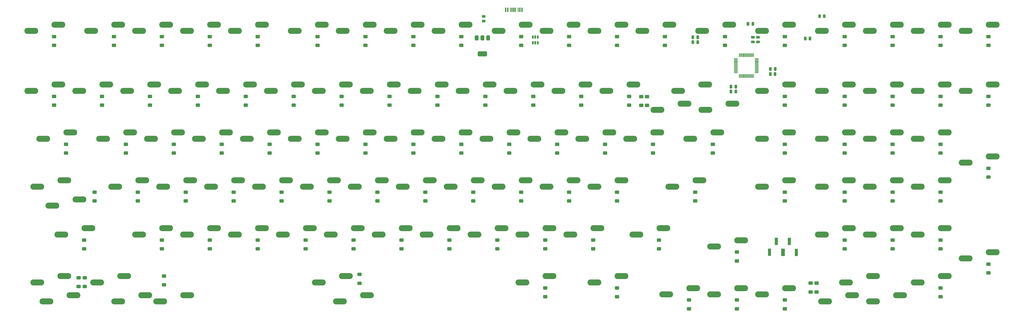
<source format=gbr>
G04 #@! TF.GenerationSoftware,KiCad,Pcbnew,8.99.0-946-gf00a1ab517*
G04 #@! TF.CreationDate,2024-05-15T19:48:55+07:00*
G04 #@! TF.ProjectId,austin,61757374-696e-42e6-9b69-6361645f7063,v2.2.6*
G04 #@! TF.SameCoordinates,PX1a96a400PY40d23d0*
G04 #@! TF.FileFunction,Paste,Bot*
G04 #@! TF.FilePolarity,Positive*
%FSLAX46Y46*%
G04 Gerber Fmt 4.6, Leading zero omitted, Abs format (unit mm)*
G04 Created by KiCad (PCBNEW 8.99.0-946-gf00a1ab517) date 2024-05-15 19:48:55*
%MOMM*%
%LPD*%
G01*
G04 APERTURE LIST*
G04 Aperture macros list*
%AMRoundRect*
0 Rectangle with rounded corners*
0 $1 Rounding radius*
0 $2 $3 $4 $5 $6 $7 $8 $9 X,Y pos of 4 corners*
0 Add a 4 corners polygon primitive as box body*
4,1,4,$2,$3,$4,$5,$6,$7,$8,$9,$2,$3,0*
0 Add four circle primitives for the rounded corners*
1,1,$1+$1,$2,$3*
1,1,$1+$1,$4,$5*
1,1,$1+$1,$6,$7*
1,1,$1+$1,$8,$9*
0 Add four rect primitives between the rounded corners*
20,1,$1+$1,$2,$3,$4,$5,0*
20,1,$1+$1,$4,$5,$6,$7,0*
20,1,$1+$1,$6,$7,$8,$9,0*
20,1,$1+$1,$8,$9,$2,$3,0*%
G04 Aperture macros list end*
%ADD10O,5.500000X2.410000*%
%ADD11R,1.190000X3.000000*%
%ADD12R,0.600000X1.760000*%
%ADD13R,0.300000X1.760000*%
%ADD14R,0.600000X1.450000*%
%ADD15RoundRect,0.250000X0.600000X-0.400000X0.600000X0.400000X-0.600000X0.400000X-0.600000X-0.400000X0*%
%ADD16RoundRect,0.250000X0.250000X0.475000X-0.250000X0.475000X-0.250000X-0.475000X0.250000X-0.475000X0*%
%ADD17RoundRect,0.250000X-0.475000X0.250000X-0.475000X-0.250000X0.475000X-0.250000X0.475000X0.250000X0*%
%ADD18RoundRect,0.250000X-0.600000X0.400000X-0.600000X-0.400000X0.600000X-0.400000X0.600000X0.400000X0*%
%ADD19RoundRect,0.250000X-0.262500X-0.450000X0.262500X-0.450000X0.262500X0.450000X-0.262500X0.450000X0*%
%ADD20RoundRect,0.250000X-0.250000X-0.475000X0.250000X-0.475000X0.250000X0.475000X-0.250000X0.475000X0*%
%ADD21RoundRect,0.375000X-0.375000X0.625000X-0.375000X-0.625000X0.375000X-0.625000X0.375000X0.625000X0*%
%ADD22RoundRect,0.500000X-1.400000X0.500000X-1.400000X-0.500000X1.400000X-0.500000X1.400000X0.500000X0*%
%ADD23RoundRect,0.150000X-0.150000X0.512500X-0.150000X-0.512500X0.150000X-0.512500X0.150000X0.512500X0*%
%ADD24RoundRect,0.250000X-0.450000X0.262500X-0.450000X-0.262500X0.450000X-0.262500X0.450000X0.262500X0*%
%ADD25RoundRect,0.075000X0.662500X0.075000X-0.662500X0.075000X-0.662500X-0.075000X0.662500X-0.075000X0*%
%ADD26RoundRect,0.075000X0.075000X0.662500X-0.075000X0.662500X-0.075000X-0.662500X0.075000X-0.662500X0*%
G04 APERTURE END LIST*
D10*
X-40712500Y-78055000D03*
X-51462500Y-80540000D03*
X-255025000Y-59005000D03*
X-265775000Y-61490000D03*
X-326462000Y-78055000D03*
X-337212000Y-80540000D03*
X-305031500Y-135205000D03*
X-315781500Y-137690000D03*
X-16900000Y-116155000D03*
X-27650000Y-118640000D03*
X21200000Y-78055000D03*
X10450000Y-80540000D03*
X40250000Y-35192500D03*
X29500000Y-37677500D03*
X21200000Y-116155000D03*
X10450000Y-118640000D03*
X-188350000Y-78055000D03*
X-199100000Y-80540000D03*
X40250000Y-125680000D03*
X29500000Y-128165000D03*
X-164537500Y-97105000D03*
X-175287500Y-99590000D03*
X-293125000Y-59005000D03*
X-303875000Y-61490000D03*
X-207400000Y-35192500D03*
X-218150000Y-37677500D03*
X-250262500Y-35192500D03*
X-261012500Y-37677500D03*
X-40712500Y-139967500D03*
X-51462500Y-142452500D03*
X-40712500Y-97105000D03*
X-51462500Y-99590000D03*
X-212162500Y-116155000D03*
X-222912500Y-118640000D03*
X40250000Y-87580000D03*
X29500000Y-90065000D03*
X-269312500Y-116155000D03*
X-280062500Y-118640000D03*
X-150250000Y-78055000D03*
X-161000000Y-80540000D03*
X-302650000Y-78055000D03*
X-313400000Y-80540000D03*
X-297887500Y-97105000D03*
X-308637500Y-99590000D03*
X-235975000Y-59005000D03*
X-246725000Y-61490000D03*
X-135962000Y-135205000D03*
X-146712000Y-137690000D03*
X-78812500Y-139967500D03*
X-89562500Y-142452500D03*
X-64525000Y-35192500D03*
X-75275000Y-37677500D03*
X-93075000Y-69075000D03*
X-82325000Y-66590000D03*
X-116912500Y-116155000D03*
X-127662500Y-118640000D03*
X-328844000Y-135205000D03*
X-339594000Y-137690000D03*
X-40712500Y-35192500D03*
X-51462500Y-37677500D03*
X-112150000Y-78055000D03*
X-122900000Y-80540000D03*
X-140725000Y-59005000D03*
X-151475000Y-61490000D03*
X-226450000Y-35192500D03*
X-237200000Y-37677500D03*
X-259787500Y-97105000D03*
X-270537500Y-99590000D03*
X-76356900Y-97105000D03*
X-87106900Y-99590000D03*
X-102625000Y-59005000D03*
X-113375000Y-61490000D03*
X-169300000Y-35192500D03*
X-180050000Y-37677500D03*
X-216925000Y-59005000D03*
X-227675000Y-61490000D03*
X-274075000Y-59005000D03*
X-284825000Y-61490000D03*
X-288362500Y-116155000D03*
X-299112500Y-118640000D03*
X21200000Y-135205000D03*
X10450000Y-137690000D03*
X-7375001Y-135205000D03*
X-18125001Y-137690000D03*
X-159775000Y-59005000D03*
X-170525000Y-61490000D03*
X-221687500Y-97105000D03*
X-232437500Y-99590000D03*
X-335962000Y-145275000D03*
X-325212000Y-142790000D03*
X-269312500Y-35192500D03*
X-280062500Y-37677500D03*
X40250000Y-59005000D03*
X29500000Y-61490000D03*
X-16900000Y-35192500D03*
X-27650000Y-37677500D03*
X-59762500Y-139967500D03*
X-70512500Y-142452500D03*
X2150000Y-59005000D03*
X-8600000Y-61490000D03*
X-90718500Y-116155000D03*
X-101468500Y-118640000D03*
X-307387000Y-145275000D03*
X-296637000Y-142790000D03*
X-331225000Y-35192500D03*
X-341975000Y-37677500D03*
X-26400000Y-145275000D03*
X-15650000Y-142790000D03*
X-155012500Y-116155000D03*
X-165762500Y-118640000D03*
X-331225000Y-59005000D03*
X-341975000Y-61490000D03*
X-278837500Y-97105000D03*
X-289587500Y-99590000D03*
X-7350000Y-145275000D03*
X3400000Y-142790000D03*
X-283600000Y-78055000D03*
X-294350000Y-80540000D03*
X-107387500Y-35192500D03*
X-118137500Y-37677500D03*
X-333581000Y-107175000D03*
X-322831000Y-104690000D03*
X-93100000Y-78055000D03*
X-103850000Y-80540000D03*
X-169300000Y-78055000D03*
X-180050000Y-80540000D03*
X-250262500Y-116155000D03*
X-261012500Y-118640000D03*
X-126437500Y-35192500D03*
X-137187500Y-37677500D03*
X-121675000Y-59005000D03*
X-132425000Y-61490000D03*
X-245500000Y-78055000D03*
X-256250000Y-80540000D03*
X-288362500Y-35192500D03*
X-299112500Y-37677500D03*
X2150000Y-97105000D03*
X-8600000Y-99590000D03*
X-16900000Y-78055000D03*
X-27650000Y-80540000D03*
X-307412500Y-35192500D03*
X-318162500Y-37677500D03*
X-88337500Y-35192500D03*
X-99087500Y-37677500D03*
X-74025000Y-69075000D03*
X-63275000Y-66590000D03*
X-107387000Y-135205000D03*
X-118137000Y-137690000D03*
X-131200000Y-78055000D03*
X-141950000Y-80540000D03*
X-207400000Y-78055000D03*
X-218150000Y-80540000D03*
X-202637500Y-97105000D03*
X-213387500Y-99590000D03*
X2150000Y-78055000D03*
X-8600000Y-80540000D03*
X-40712500Y-59005000D03*
X-51462500Y-61490000D03*
X-178825000Y-59005000D03*
X-189575000Y-61490000D03*
X-135962500Y-116155000D03*
X-146712500Y-118640000D03*
X-312175000Y-59005000D03*
X-322925000Y-61490000D03*
X-240737500Y-97105000D03*
X-251487500Y-99590000D03*
X-216925000Y-135198500D03*
X-227675000Y-137683500D03*
X-59762500Y-120917500D03*
X-70512500Y-123402500D03*
X-174062500Y-116155000D03*
X-184812500Y-118640000D03*
X-126437500Y-97105000D03*
X-137187500Y-99590000D03*
X2150000Y-116155000D03*
X-8600000Y-118640000D03*
X-197875000Y-59005000D03*
X-208625000Y-61490000D03*
X-219281500Y-145275000D03*
X-208531500Y-142790000D03*
X-264550000Y-78055000D03*
X-275300000Y-80540000D03*
X-328844000Y-97105000D03*
X-339594000Y-99590000D03*
X-16900000Y-97105000D03*
X-27650000Y-99590000D03*
X-226450000Y-78055000D03*
X-237200000Y-80540000D03*
X-290719000Y-145275000D03*
X-279969000Y-142790000D03*
X-183587500Y-97105000D03*
X-194337500Y-99590000D03*
X-107387500Y-97105000D03*
X-118137500Y-99590000D03*
X-319244400Y-116155000D03*
X-329994400Y-118640000D03*
X-193112500Y-116155000D03*
X-203862500Y-118640000D03*
X-69287000Y-78055000D03*
X-80037000Y-80540000D03*
X-231212500Y-116155000D03*
X-241962500Y-118640000D03*
X21200000Y-35192500D03*
X10450000Y-37677500D03*
X-188350000Y-35192500D03*
X-199100000Y-37677500D03*
X2150000Y-35192500D03*
X-8600000Y-37677500D03*
X21200000Y-59005000D03*
X10450000Y-61490000D03*
X21200000Y-97105000D03*
X10450000Y-99590000D03*
X-145487500Y-35192500D03*
X-156237500Y-37677500D03*
X-145487500Y-97105000D03*
X-156237500Y-99590000D03*
X-16900000Y-59005000D03*
X-27650000Y-61490000D03*
X-74050000Y-59005000D03*
X-84800000Y-61490000D03*
D11*
X-37860000Y-125770000D03*
X-43050000Y-125770000D03*
X-48487500Y-125717500D03*
X-43297500Y-125717500D03*
X-45822500Y-121352500D03*
X-40632500Y-121352500D03*
D12*
X-153410000Y-29270000D03*
X-152610000Y-29270000D03*
D13*
X-151410000Y-29270000D03*
X-150410000Y-29270000D03*
X-149910000Y-29270000D03*
D14*
X-147710000Y-29115000D03*
X-146910000Y-29115000D03*
D12*
X-146910000Y-29270000D03*
X-147710000Y-29270000D03*
D13*
X-148410000Y-29270000D03*
X-149410000Y-29270000D03*
X-150910000Y-29270000D03*
D14*
X-152610000Y-29115000D03*
X-153410000Y-29115000D03*
D15*
X-285320000Y-86278500D03*
X-285320000Y-82778500D03*
D16*
X-32415000Y-40648500D03*
X-34315000Y-40648500D03*
D15*
X-218645000Y-67228500D03*
X-218645000Y-63728500D03*
X-271032500Y-43416000D03*
X-271032500Y-39916000D03*
X-251982500Y-124378500D03*
X-251982500Y-120878500D03*
D17*
X-53125000Y-40158500D03*
X-53125000Y-42058500D03*
X-55095000Y-40178500D03*
X-55095000Y-42078500D03*
D15*
X-90057500Y-43416000D03*
X-90057500Y-39916000D03*
X-42432500Y-86278500D03*
X-42432500Y-82778500D03*
X19480000Y-105328500D03*
X19480000Y-101828500D03*
X-332945000Y-67228500D03*
X-332945000Y-63728500D03*
X-99495000Y-67258500D03*
X-99495000Y-63758500D03*
D18*
X-32175000Y-137998500D03*
X-32175000Y-141498500D03*
D15*
X-171020000Y-86278500D03*
X-171020000Y-82778500D03*
X-42432500Y-43416000D03*
X-42432500Y-39916000D03*
X-137682500Y-124378500D03*
X-137682500Y-120878500D03*
X-61482500Y-148191000D03*
X-61482500Y-144691000D03*
X-261507500Y-105328500D03*
X-261507500Y-101828500D03*
X-180545000Y-67228500D03*
X-180545000Y-63728500D03*
X-190070000Y-43416000D03*
X-190070000Y-39916000D03*
X-128157500Y-105328500D03*
X-128157500Y-101828500D03*
D16*
X-46275000Y-54818500D03*
X-48175000Y-54818500D03*
D15*
X-147207500Y-105328500D03*
X-147207500Y-101828500D03*
X-194832500Y-124378500D03*
X-194832500Y-120878500D03*
D19*
X-28605000Y-31828500D03*
X-26780000Y-31828500D03*
D15*
X-97185000Y-67268500D03*
X-97185000Y-63768500D03*
X-128157500Y-43416000D03*
X-128157500Y-39916000D03*
X-42432500Y-148191000D03*
X-42432500Y-144691000D03*
X19480000Y-124378500D03*
X19480000Y-120878500D03*
X-223407500Y-105328500D03*
X-223407500Y-101828500D03*
D20*
X-78965000Y-40148500D03*
X-77065000Y-40148500D03*
D15*
X-313895000Y-67228500D03*
X-313895000Y-63728500D03*
X-109107500Y-105328500D03*
X-109107500Y-101828500D03*
X-66245000Y-43416000D03*
X-66245000Y-39916000D03*
X-299607500Y-105328500D03*
X-299607500Y-101828500D03*
X19480000Y-43416000D03*
X19480000Y-39916000D03*
X-132920000Y-86278500D03*
X-132920000Y-82778500D03*
X-332945000Y-43416000D03*
X-332945000Y-39916000D03*
X-328182000Y-86278500D03*
X-328182000Y-82778500D03*
X-204357500Y-105328500D03*
X-204357500Y-101828500D03*
X38530000Y-133903500D03*
X38530000Y-130403500D03*
X-171020000Y-43416000D03*
X-171020000Y-39916000D03*
X-275795000Y-67228500D03*
X-275795000Y-63728500D03*
X-237695000Y-67228500D03*
X-237695000Y-63728500D03*
X-123395000Y-67228500D03*
X-123395000Y-63728500D03*
D18*
X-289215000Y-135148500D03*
X-289215000Y-138648500D03*
D15*
X-80532500Y-148191000D03*
X-80532500Y-144691000D03*
X-166257500Y-105328500D03*
X-166257500Y-101828500D03*
X-247220000Y-86278500D03*
X-247220000Y-82778500D03*
X-280557500Y-105328500D03*
X-280557500Y-101828500D03*
X-161495000Y-67228500D03*
X-161495000Y-63728500D03*
D18*
X-29805000Y-138008500D03*
X-29805000Y-141508500D03*
D15*
X-199595000Y-67228500D03*
X-199595000Y-63728500D03*
X-147207500Y-43416000D03*
X-147207500Y-39916000D03*
X-156732500Y-124378500D03*
X-156732500Y-120878500D03*
D20*
X-78965000Y-42128500D03*
X-77065000Y-42128500D03*
D15*
X-42432500Y-105328500D03*
X-42432500Y-101828500D03*
X-18620000Y-105328500D03*
X-18620000Y-101828500D03*
X430000Y-43416000D03*
X430000Y-39916000D03*
X-320735000Y-139328500D03*
X-320735000Y-135828500D03*
X38530000Y-43416000D03*
X38530000Y-39916000D03*
X-209120000Y-86278500D03*
X-209120000Y-82778500D03*
X-94820000Y-86278500D03*
X-94820000Y-82778500D03*
X-42432500Y-67228500D03*
X-42432500Y-63728500D03*
X-104345000Y-67228500D03*
X-104345000Y-63728500D03*
X-92438500Y-124378500D03*
X-92438500Y-120878500D03*
X-290082500Y-124378500D03*
X-290082500Y-120878500D03*
D21*
X-164967500Y-40448500D03*
X-162667500Y-40448500D03*
D22*
X-162667500Y-46748500D03*
D21*
X-160367500Y-40448500D03*
D15*
X-142445000Y-67228500D03*
X-142445000Y-63728500D03*
X-137682000Y-143428500D03*
X-137682000Y-139928500D03*
X-211501500Y-138020000D03*
X-211501500Y-134520000D03*
X-118632500Y-124378500D03*
X-118632500Y-120878500D03*
X19480000Y-67228500D03*
X19480000Y-63728500D03*
X-109107500Y-43416000D03*
X-109107500Y-39916000D03*
X-271032500Y-124378500D03*
X-271032500Y-120878500D03*
D16*
X-46265000Y-52828500D03*
X-48165000Y-52828500D03*
D20*
X-57050000Y-34850000D03*
X-55150000Y-34850000D03*
D15*
X38530000Y-67228500D03*
X38530000Y-63728500D03*
X-304370000Y-86278500D03*
X-304370000Y-82778500D03*
X38530000Y-95803500D03*
X38530000Y-92303500D03*
X-323155000Y-139328500D03*
X-323155000Y-135828500D03*
X-294845000Y-67228500D03*
X-294845000Y-63728500D03*
X-61482500Y-129141000D03*
X-61482500Y-125641000D03*
X-190070000Y-86278500D03*
X-190070000Y-82778500D03*
X-213882500Y-124378500D03*
X-213882500Y-120878500D03*
X-320964400Y-124378500D03*
X-320964400Y-120878500D03*
X430000Y-67228500D03*
X430000Y-63728500D03*
X19480000Y-143428500D03*
X19480000Y-139928500D03*
X-71007000Y-86278500D03*
X-71007000Y-82778500D03*
X-290082500Y-43416000D03*
X-290082500Y-39916000D03*
X-175782500Y-124378500D03*
X-175782500Y-120878500D03*
X-151970000Y-86278500D03*
X-151970000Y-82778500D03*
X-228170000Y-86278500D03*
X-228170000Y-82778500D03*
X-78076900Y-105328500D03*
X-78076900Y-101828500D03*
X19480000Y-86278500D03*
X19480000Y-82778500D03*
X430000Y-86278500D03*
X430000Y-82778500D03*
D23*
X-142572500Y-40102500D03*
X-141622500Y-40102500D03*
X-140672500Y-40102500D03*
X-140672500Y-42377500D03*
X-141622500Y-42377500D03*
X-142572500Y-42377500D03*
D15*
X430000Y-124378500D03*
X430000Y-120878500D03*
X-18620000Y-67228500D03*
X-18620000Y-63728500D03*
X-316825000Y-105318500D03*
X-316825000Y-101818500D03*
D20*
X-63830000Y-59790000D03*
X-61930000Y-59790000D03*
D15*
X-113870000Y-86278500D03*
X-113870000Y-82778500D03*
X-18620000Y-86278500D03*
X-18620000Y-82778500D03*
X-309132500Y-43416000D03*
X-309132500Y-39916000D03*
D20*
X-63820000Y-61740000D03*
X-61920000Y-61740000D03*
D24*
X-162125000Y-31916000D03*
X-162125000Y-33741000D03*
D15*
X-18620000Y-124378500D03*
X-18620000Y-120878500D03*
X-256745000Y-67228500D03*
X-256745000Y-63728500D03*
X-228170000Y-43416000D03*
X-228170000Y-39916000D03*
D25*
X-53557500Y-48710000D03*
X-53557500Y-49210000D03*
X-53557500Y-49710000D03*
X-53557500Y-50210000D03*
X-53557500Y-50710000D03*
X-53557500Y-51210000D03*
X-53557500Y-51710000D03*
X-53557500Y-52210000D03*
X-53557500Y-52710000D03*
X-53557500Y-53210000D03*
X-53557500Y-53710000D03*
X-53557500Y-54210000D03*
D26*
X-54970000Y-55622500D03*
X-55470000Y-55622500D03*
X-55970000Y-55622500D03*
X-56470000Y-55622500D03*
X-56970000Y-55622500D03*
X-57470000Y-55622500D03*
X-57970000Y-55622500D03*
X-58470000Y-55622500D03*
X-58970000Y-55622500D03*
X-59470000Y-55622500D03*
X-59970000Y-55622500D03*
X-60470000Y-55622500D03*
D25*
X-61882500Y-54210000D03*
X-61882500Y-53710000D03*
X-61882500Y-53210000D03*
X-61882500Y-52710000D03*
X-61882500Y-52210000D03*
X-61882500Y-51710000D03*
X-61882500Y-51210000D03*
X-61882500Y-50710000D03*
X-61882500Y-50210000D03*
X-61882500Y-49710000D03*
X-61882500Y-49210000D03*
X-61882500Y-48710000D03*
D26*
X-60470000Y-47297500D03*
X-59970000Y-47297500D03*
X-59470000Y-47297500D03*
X-58970000Y-47297500D03*
X-58470000Y-47297500D03*
X-57970000Y-47297500D03*
X-57470000Y-47297500D03*
X-56970000Y-47297500D03*
X-56470000Y-47297500D03*
X-55970000Y-47297500D03*
X-55470000Y-47297500D03*
X-54970000Y-47297500D03*
D15*
X-266270000Y-86278500D03*
X-266270000Y-82778500D03*
X-209120000Y-43416000D03*
X-209120000Y-39916000D03*
X-109107000Y-143428500D03*
X-109107000Y-139928500D03*
X-251982500Y-43416000D03*
X-251982500Y-39916000D03*
X-232932500Y-124378500D03*
X-232932500Y-120878500D03*
X-185307500Y-105328500D03*
X-185307500Y-101828500D03*
X-18620000Y-43416000D03*
X-18620000Y-39916000D03*
X430000Y-105328500D03*
X430000Y-101828500D03*
X-242457500Y-105328500D03*
X-242457500Y-101828500D03*
M02*

</source>
